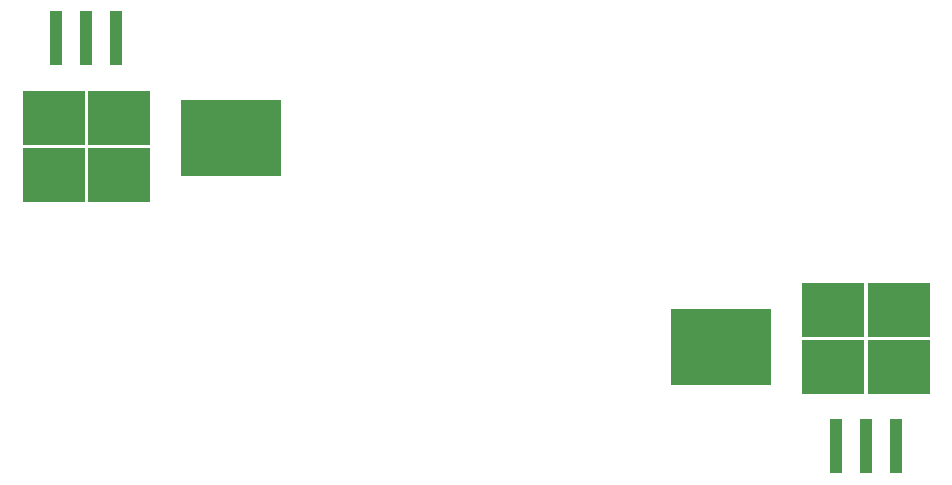
<source format=gbr>
%TF.GenerationSoftware,KiCad,Pcbnew,(6.0.6)*%
%TF.CreationDate,2022-07-01T00:49:36+05:00*%
%TF.ProjectId,MouseBite,4d6f7573-6542-4697-9465-2e6b69636164,rev?*%
%TF.SameCoordinates,Original*%
%TF.FileFunction,Paste,Top*%
%TF.FilePolarity,Positive*%
%FSLAX46Y46*%
G04 Gerber Fmt 4.6, Leading zero omitted, Abs format (unit mm)*
G04 Created by KiCad (PCBNEW (6.0.6)) date 2022-07-01 00:49:36*
%MOMM*%
%LPD*%
G01*
G04 APERTURE LIST*
%ADD10R,8.500000X6.500000*%
%ADD11R,5.250000X4.550000*%
%ADD12R,1.100000X4.600000*%
G04 APERTURE END LIST*
D10*
%TO.C,Y1*%
X124000000Y-96850000D03*
%TD*%
D11*
%TO.C,U3*%
X139025000Y-93700000D03*
X133475000Y-93700000D03*
X133475000Y-98550000D03*
X139025000Y-98550000D03*
D12*
X133710000Y-105275000D03*
X136250000Y-105275000D03*
X138790000Y-105275000D03*
%TD*%
D11*
%TO.C,U3*%
X67475000Y-82300000D03*
X73025000Y-82300000D03*
X73025000Y-77450000D03*
X67475000Y-77450000D03*
D12*
X72790000Y-70725000D03*
X70250000Y-70725000D03*
X67710000Y-70725000D03*
%TD*%
D10*
%TO.C,Y1*%
X82500000Y-79150000D03*
%TD*%
M02*

</source>
